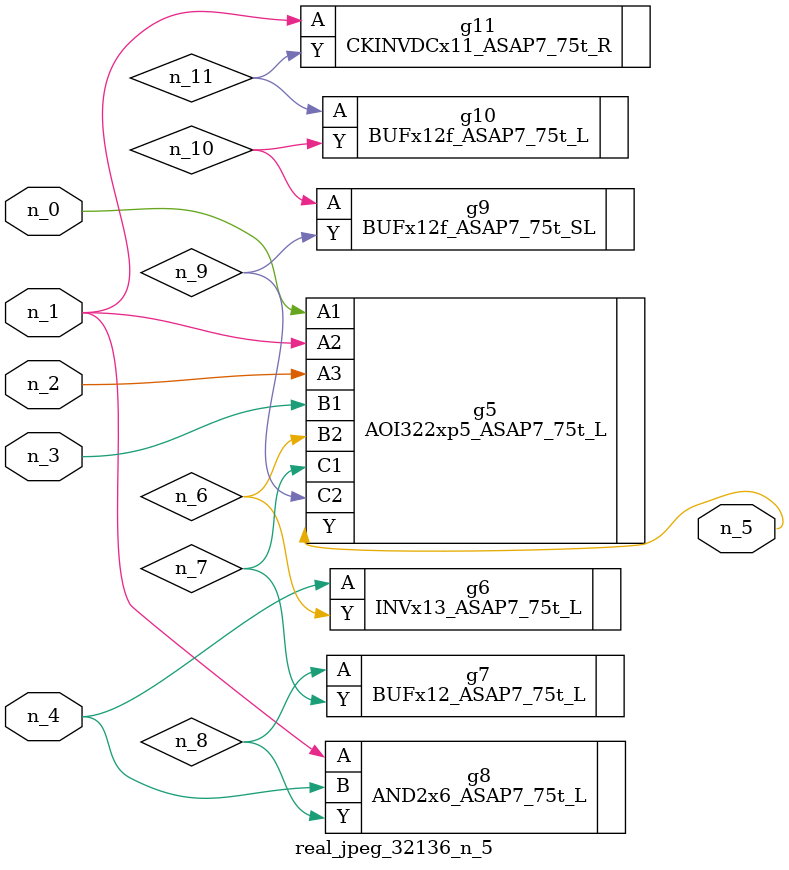
<source format=v>
module real_jpeg_32136_n_5 (n_4, n_0, n_1, n_2, n_3, n_5);

input n_4;
input n_0;
input n_1;
input n_2;
input n_3;

output n_5;

wire n_8;
wire n_11;
wire n_6;
wire n_7;
wire n_10;
wire n_9;

AOI322xp5_ASAP7_75t_L g5 ( 
.A1(n_0),
.A2(n_1),
.A3(n_2),
.B1(n_3),
.B2(n_6),
.C1(n_7),
.C2(n_9),
.Y(n_5)
);

AND2x6_ASAP7_75t_L g8 ( 
.A(n_1),
.B(n_4),
.Y(n_8)
);

CKINVDCx11_ASAP7_75t_R g11 ( 
.A(n_1),
.Y(n_11)
);

INVx13_ASAP7_75t_L g6 ( 
.A(n_4),
.Y(n_6)
);

BUFx12_ASAP7_75t_L g7 ( 
.A(n_8),
.Y(n_7)
);

BUFx12f_ASAP7_75t_SL g9 ( 
.A(n_10),
.Y(n_9)
);

BUFx12f_ASAP7_75t_L g10 ( 
.A(n_11),
.Y(n_10)
);


endmodule
</source>
